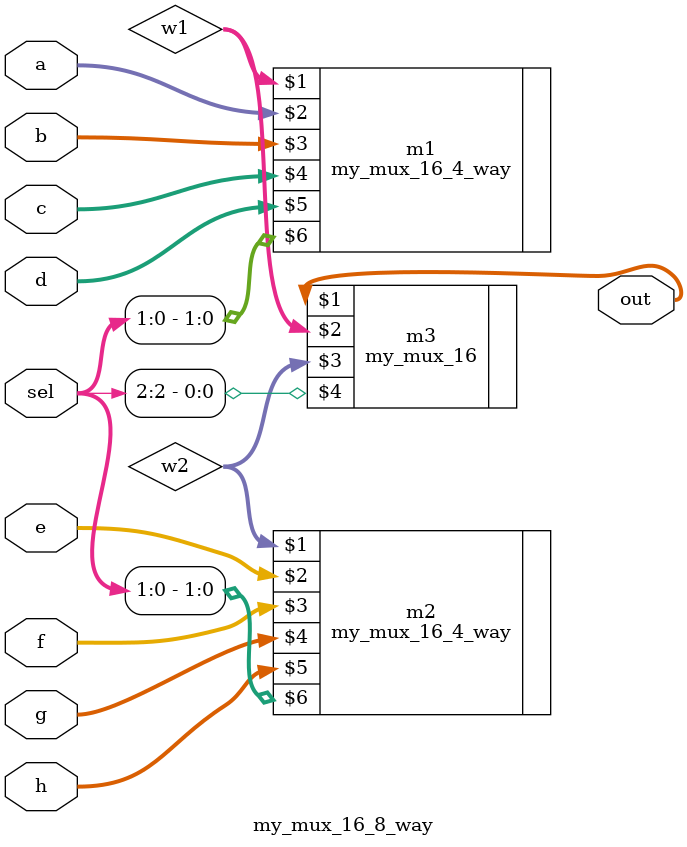
<source format=sv>
`ifndef my_mux_16_4_way
  `include "my_mux_16_4_way.sv"
`endif
`define my_mux_16_8_way 1

module my_mux_16_8_way(out, a, b, c, d, e, f, g, h, sel);
  input [15:0] a, b, c, d, e, f, g, h;
  input [2:0] sel;
  output [15:0] out;

  wire [15:0] w1, w2;

  // NOTE: see "my_mux_16_4_way.sv" for note about alternate solution
  my_mux_16_4_way m1(w1, a, b, c, d, sel[1:0]);
  my_mux_16_4_way m2(w2, e, f, g, h, sel[1:0]);
  my_mux_16 m3(out, w1, w2, sel[2]);

endmodule
</source>
